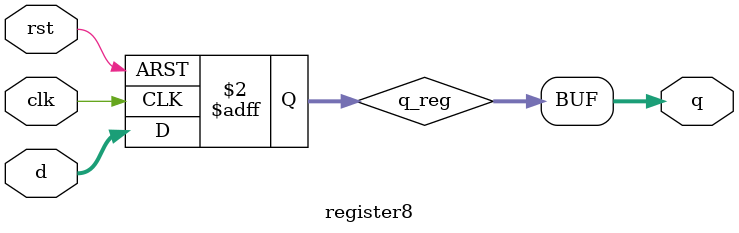
<source format=sv>
module register8  (
    input logic clk,
    input logic rst,
    input logic [7:0] d,
    output logic [7:0] q
);
    
    reg [7:0] q_reg;
    always @(posedge clk or posedge rst) begin
        if (rst) q_reg <= 8'b0;
        else q_reg <= d;
    end
    assign q = q_reg;
endmodule
</source>
